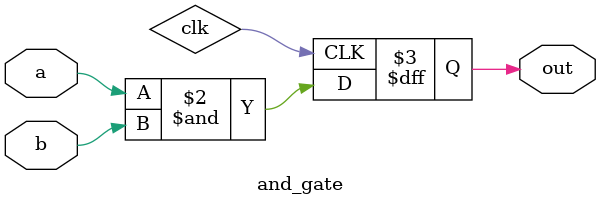
<source format=v>

module and_gate( 
    input a, 
    input b, 
    output out );

    // assing the AND of a and b to out
    always @(posedge clk)
    out <= a & b;

endmodule

</source>
